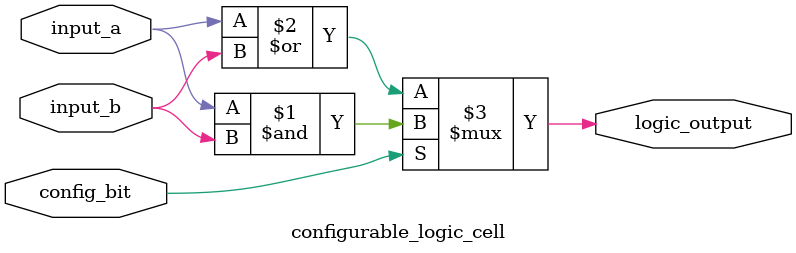
<source format=sv>

module reset_logic_network (
    input  wire [3:0] reset_sources,
    input  wire [3:0] config_bits,
    output wire [3:0] reset_outputs
);
    
    wire [3:0] reset_pair_a;
    wire [3:0] reset_pair_b;
    
    // Generate the input pairs for each reset logic block
    reset_input_mapper u_input_mapper (
        .reset_sources (reset_sources),
        .reset_pair_a  (reset_pair_a),
        .reset_pair_b  (reset_pair_b)
    );
    
    // Generate the output signals using configurable logic
    reset_logic_processor u_logic_processor (
        .reset_pair_a  (reset_pair_a),
        .reset_pair_b  (reset_pair_b),
        .config_bits   (config_bits),
        .reset_outputs (reset_outputs)
    );
    
endmodule

//-----------------------------------------------------------------------------
// Reset Input Mapper - Creates input pairs for each reset logic block
//-----------------------------------------------------------------------------
module reset_input_mapper (
    input  wire [3:0] reset_sources,
    output wire [3:0] reset_pair_a,
    output wire [3:0] reset_pair_b
);
    
    // Map reset sources to appropriate pairs
    assign reset_pair_a[0] = reset_sources[0];
    assign reset_pair_b[0] = reset_sources[1];
    
    assign reset_pair_a[1] = reset_sources[1];
    assign reset_pair_b[1] = reset_sources[2];
    
    assign reset_pair_a[2] = reset_sources[2];
    assign reset_pair_b[2] = reset_sources[3];
    
    assign reset_pair_a[3] = reset_sources[3];
    assign reset_pair_b[3] = reset_sources[0];
    
endmodule

//-----------------------------------------------------------------------------
// Reset Logic Processor - Performs configurable AND/OR operations
//-----------------------------------------------------------------------------
module reset_logic_processor (
    input  wire [3:0] reset_pair_a,
    input  wire [3:0] reset_pair_b,
    input  wire [3:0] config_bits,
    output wire [3:0] reset_outputs
);
    
    // Generate reset outputs for all channels
    genvar i;
    generate
        for (i = 0; i < 4; i = i + 1) begin : reset_channel
            configurable_logic_cell u_logic_cell (
                .input_a     (reset_pair_a[i]),
                .input_b     (reset_pair_b[i]),
                .config_bit  (config_bits[i]),
                .logic_output(reset_outputs[i])
            );
        end
    endgenerate
    
endmodule

//-----------------------------------------------------------------------------
// Configurable Logic Cell - Single AND/OR operation based on configuration
//-----------------------------------------------------------------------------
module configurable_logic_cell (
    input  wire input_a,
    input  wire input_b,
    input  wire config_bit,
    output wire logic_output
);
    
    // Perform either AND or OR operation based on config_bit
    // config_bit = 1: AND operation
    // config_bit = 0: OR operation
    assign logic_output = config_bit ? (input_a & input_b) : (input_a | input_b);
    
endmodule
</source>
